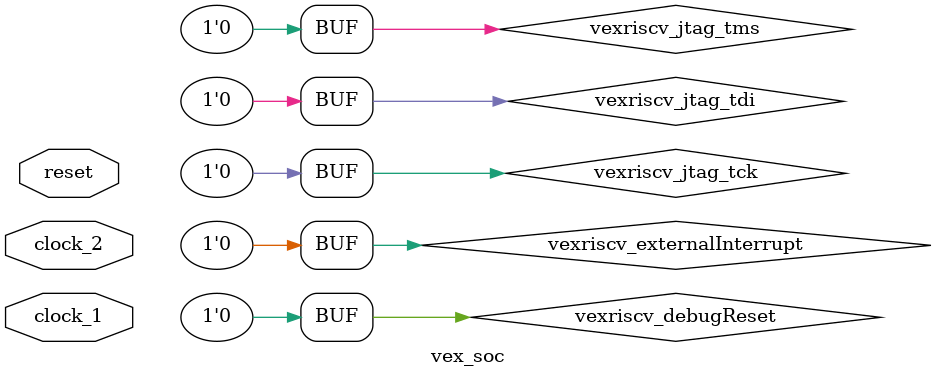
<source format=v>
/*
Top-level module for the Vexriscv SoC with AXI RAM and AXI Interconnect
*/
module vex_soc (
    input wire      reset,
    input wire      clock_1,
    input wire      clock_2
);
    wire   	      	vexriscv_dBusAxi_ar_ready;
    wire   	      	vexriscv_dBusAxi_aw_ready;
    wire    	[7:0] 	vexriscv_dBusAxi_b_payload_id;
    wire    	[1:0] 	vexriscv_dBusAxi_b_payload_resp;
    wire    	      	vexriscv_dBusAxi_b_valid;
    reg    	[31:0]	vexriscv_dBusAxi_rf_payload_data;
    wire   	[7:0] 	vexriscv_dBusAxi_r_payload_id;
    wire    	      	vexriscv_dBusAxi_r_payload_last;
    wire    	[1:0] 	vexriscv_dBusAxi_r_payload_resp;
    wire   	      	vexriscv_dBusAxi_r_valid;
    wire    	      	vexriscv_dBusAxi_w_ready;
    wire   	      	vexriscv_debugReset = 1'd0;
    wire   	      	vexriscv_externalInterrupt  = 1'd0;
    wire    	      	vexriscv_iBusAxi_ar_ready;
    wire    	[31:0]	vexriscv_iBusAxi_r_payload_data;
    wire    	[7:0] 	vexriscv_iBusAxi_r_payload_id;
    wire    	      	vexriscv_iBusAxi_r_payload_last;
    wire    	[1:0] 	vexriscv_iBusAxi_r_payload_resp;
    wire    	      	vexriscv_iBusAxi_r_valid;
    reg    	      	vexriscv_jtag_tck = 1'd0;
    reg    	      	vexriscv_jtag_tdi = 1'd0;
    reg    	      	vexriscv_jtag_tms = 1'd0;
    wire   	      	vexriscv_reset;
    wire 	[2:0] 	vexriscv_dBusAxi_ar_payload_size;
    wire 	[3:0] 	vexriscv_dBusAxi_ar_payload_qos;
    wire 	[7:0] 	vexriscv_dBusAxi_ar_payload_id;
    wire   	      	vexriscv_iBusAxi_ar_valid;
    reg    	      	vexriscv_iBusAxi_ar_first;
    reg    	      	vexriscv_iBusAxi_ar_last;
    wire 	[31:0]	vexriscv_iBusAxi_ar_payload_addr;
    wire 	[1:0] 	vexriscv_iBusAxi_ar_payload_burst;
    wire 	[7:0] 	vexriscv_iBusAxi_ar_payload_len;
    wire 	[2:0] 	vexriscv_iBusAxi_ar_payload_size;
    wire 	[1:0] 	vexriscv_iBusAxi_ar_payload_lock;
    wire 	[2:0] 	vexriscv_iBusAxi_ar_payload_prot;
    wire	[3:0] 	vexriscv_iBusAxi_ar_payload_cache;
    wire 	[3:0] 	vexriscv_iBusAxi_ar_payload_qos;
    wire   	      	vexriscv_dBusAxi_ar_valid;
    reg    	      	vexriscv_dBusAxi_ar_first;
    reg    	      	vexriscv_dBusAxi_ar_last;
    wire 	[31:0]	vexriscv_dBusAxi_ar_payload_addr;
    wire 	[1:0] 	vexriscv_dBusAxi_ar_payload_burst;
    wire 	[7:0] 	vexriscv_dBusAxi_ar_payload_len;
    wire   	      	vexriscv_dBusAxi_ar_payload_lock;
    wire 	[2:0] 	vexriscv_dBusAxi_ar_payload_prot;
    wire		[31:0]	vexriscv_dBusAxi_r_payload_data;
    wire	[3:0] 	vexriscv_dBusAxi_ar_payload_cache;
    wire	[31:0]	vexriscv_dBusAxi_aw_payload_addr;
    wire	[1:0] 	vexriscv_dBusAxi_aw_payload_burst;
    wire	[7:0] 	vexriscv_dBusAxi_aw_payload_len;
    wire	[3:0] 	vexriscv_dBusAxi_aw_payload_size;
    wire   	      	vexriscv_dBusAxi_aw_payload_lock;
    wire	[2:0] 	vexriscv_dBusAxi_aw_payload_prot;
    wire	[3:0] 	vexriscv_dBusAxi_aw_payload_cache;
    wire	[3:0] 	vexriscv_dBusAxi_aw_payload_qos;
    wire   	      	vexriscv_dBusAxi_aw_payload_id;
    wire   	      	vexriscv_dBusAxi_aw_valid;
    reg    	      	vexriscv_dBusAxi_aw_first;
    reg    	      	vexriscv_dBusAxi_aw_last;
    wire   	      	vexriscv_dBusAxi_b_ready;
    wire   	      	vexriscv_dBusAxi_r_ready;
    wire   	      	vexriscv_iBusAxi_r_ready;
    wire		[31:0]	vexriscv_dBusAxi_w_payload_data;
    wire	[31:0]	axilitesram1_dat_w;
    wire	[3:0] 	vexriscv_dBusAxi_w_payload_strb;
    wire   	      	vexriscv_dBusAxi_w_last;
    wire   	      	vexriscv_dBusAxi_w_valid;
    wire   	      	vexriscv_iBusAxi_ar_payload_id;
    wire   	      	vexriscv_jtag_tdo;
    wire	[3:0] 	vexriscv_dBusAxi_ar_payload_region;
    wire   	      	vexriscv_dBusAxi_w_payload_last;
    wire   		vexriscv_dBusAxi_aw_payload_user;
    wire		vexriscv_dBusAxi_w_payload_user;
    wire		vexriscv_dBusAxi_b_payload_user;
    wire		vexriscv_dBusAxi_ar_payload_user;
    wire		vexriscv_dBusAxi_r_payload_user;
    wire   	      	vexriscv5;
    wire   	      	vexriscv6;
    wire     	[7:0]  	axi4_m00_axi_awid;
    wire     	[31:0] 	axi4_m00_axi_awaddr;
    wire     	[7:0]   axi4_m00_axi_awlen;
    wire     	[2:0]   axi4_m00_axi_awsize;
    wire     	[1:0]   axi4_m00_axi_awburst;
    wire        	    	axi4_m00_axi_awlock;
    wire     	[3:0]   axi4_m00_axi_awcache;
    wire     	[2:0]   axi4_m00_axi_awprot;
    wire             	axi4_m00_axi_awvalid;
    wire       	     	axi4_m00_axi_awready;
    wire     	[31:0]  axi4_m00_axi_wdata;
    wire     	[3:0]   axi4_m00_axi_wstrb;
    wire      	       	axi4_m00_axi_wlast;
    wire             	axi4_m00_axi_wvalid;
    wire            	axi4_m00_axi_wready;
    wire    	[7:0]   axi4_m00_axi_bid;
    wire    	[1:0]   axi4_m00_axi_bresp;
    wire            	axi4_m00_axi_bvalid;
    wire             	axi4_m00_axi_bready;
    wire     	[7:0]   axi4_m00_axi_arid;
    wire     	[31:0]  axi4_m00_axi_araddr;
    wire     	[7:0]   axi4_m00_axi_arlen;
    wire     	[2:0]   axi4_m00_axi_arsize;
    wire     	[1:0]   axi4_m00_axi_arburst;
    wire             	axi4_m00_axi_arlock;
    wire     	[3:0]   axi4_m00_axi_arcache;
    wire     	[2:0]   axi4_m00_axi_arprot;
    wire             	axi4_m00_axi_arvalid;
    wire            	axi4_m00_axi_arready;
    wire    	[7:0]   axi4_m00_axi_rid;
    wire    	[31:0]  axi4_m00_axi_rdata;
    wire    	[1:0]   axi4_m00_axi_rresp;
    wire            	axi4_m00_axi_rlast;
    wire            	axi4_m00_axi_rvalid;
    wire             	axi4_m00_axi_rready;
    wire		axi4_m00_axi_buser;
    wire 		axi4_m00_axi_ruser;

	
//------	-Ram--	---------------    
    reg 	[7:0] 	ram_s_axi_awid; 
    reg 	[31:0]	ram_s_axi_awaddr; 
    reg 	[7:0] 	ram_s_axi_awlen; 
    reg 	[2:0] 	ram_s_axi_awsize; 
    reg 	[1:0] 	ram_s_axi_awburst; 
    reg 	      	ram_s_axi_awlock; 
    reg 	[3:0] 	ram_s_axi_awcache; 
    reg 	[2:0] 	ram_s_axi_awprot; 
    reg 	      	ram_s_axi_awvalid; 
    wire	      	ram_s_axi_awready; 
    reg 	[31:0]	ram_s_axi_wdata; 
    reg 	[3:0] 	ram_s_axi_wstrb; 
    reg 	      	ram_s_axi_wlast; 
    reg 	      	ram_s_axi_wvalid; 
    wire	      	ram_s_axi_wready; 
    wire	[7:0] 	ram_s_axi_bid; 
    wire	[1:0] 	ram_s_axi_bresp; 
    wire	      	ram_s_axi_bvalid; 
    reg 	      	ram_s_axi_bready; 
    reg 	[7:0] 	ram_s_axi_arid; 
    reg 	[31:0]	ram_s_axi_araddr; 
    reg 	[7:0] 	ram_s_axi_arlen; 
    reg 	[2:0] 	ram_s_axi_arsize; 
    reg 	[1:0] 	ram_s_axi_arburst; 
    reg 	      	ram_s_axi_arlock; 
    reg 	[3:0] 	ram_s_axi_arcache; 
    reg 	[2:0] 	ram_s_axi_arprot; 
    reg 	      	ram_s_axi_arvalid; 
    wire	      	ram_s_axi_arready; 
    wire	[7:0] 	ram_s_axi_rid; 
    wire	[31:0]	ram_s_axi_rdata; 
    wire	[1:0] 	ram_s_axi_rresp; 
    wire	      	ram_s_axi_rlast; 
    wire	      	ram_s_axi_rvalid; 

    //-----------AXI2AXILite Interconnections
    wire     	[7:0]  	fifo_awid;
    wire     	[31:0] 	fifo_awaddr;
    wire     	[7:0]   fifo_awlen;
    wire     	[2:0]   fifo_awsize;
    wire     	[1:0]   fifo_awburst;
    wire        	    fifo_awlock;
    wire     	[3:0]   fifo_awcache;
    wire     	[2:0]   fifo_awprot;
    wire             	fifo_awvalid;
    wire       	     	fifo_awready;
    wire     	[31:0]  fifo_wdata;
    wire     	[3:0]   fifo_wstrb;
    wire      	       	fifo_wlast;
    wire             	fifo_wvalid;
    wire            	fifo_wready;
    wire    	[7:0]   fifo_bid;
    wire    	[1:0]   fifo_bresp;
    wire            	fifo_bvalid;
    wire             	fifo_bready;
    wire     	[7:0]   fifo_arid;
    wire     	[31:0]  fifo_araddr;
    wire     	[7:0]   fifo_arlen;
    wire     	[2:0]   fifo_arsize;
    wire     	[1:0]   fifo_arburst;
    wire             	fifo_arlock;
    wire     	[3:0]   fifo_arcache;
    wire     	[2:0]   fifo_arprot;
    wire             	fifo_arvalid;
    wire            	fifo_arready;
    wire    	[7:0]   fifo_rid;
    wire    	[31:0]  fifo_rdata;
    wire    	[1:0]   fifo_rresp;
    wire            	fifo_rlast;
    wire            	fifo_rvalid;
    wire             	fifo_rready;
    wire		        fifo_buser;
    wire 		        fifo_ruser;


//----------------Instansiation------------//


//---------------VexRiscv----------------

VexRiscvAxi4 cpu(
	.clk					(clock_1),
	.dBusAxi_ar_ready			(vexriscv_dBusAxi_ar_ready),
	.dBusAxi_aw_ready			(vexriscv_dBusAxi_aw_ready),
	.dBusAxi_b_payload_id			(vexriscv_dBusAxi_b_payload_id),
	.dBusAxi_b_payload_resp			(vexriscv_dBusAxi_b_payload_resp),
	.dBusAxi_b_valid			(vexriscv_dBusAxi_b_valid),
	.dBusAxi_r_payload_data			(vexriscv_dBusAxi_r_payload_data),
	.dBusAxi_r_payload_id			(vexriscv_dBusAxi_r_payload_id),
	.dBusAxi_r_payload_last			(vexriscv_dBusAxi_r_payload_last),
	.dBusAxi_r_payload_resp			(vexriscv_dBusAxi_r_payload_resp),
	.dBusAxi_r_valid			(vexriscv_dBusAxi_r_valid),
	.dBusAxi_w_ready			(vexriscv_dBusAxi_w_ready),
	.debugReset				(vexriscv_debugReset),
	.externalInterrupt			(vexriscv_externalInterrupt),
	.iBusAxi_ar_ready			(vexriscv_iBusAxi_ar_ready),
	.iBusAxi_r_payload_data			(vexriscv_iBusAxi_r_payload_data),
	.iBusAxi_r_payload_id			(vexriscv_iBusAxi_r_payload_id),
	.iBusAxi_r_payload_last			(vexriscv_iBusAxi_r_payload_last),
	.iBusAxi_r_payload_resp			(vexriscv_iBusAxi_r_payload_resp),
	.iBusAxi_r_valid			(vexriscv_iBusAxi_r_valid),
	.jtag_tck				(vexriscv_jtag_tck),
	.jtag_tdi				(vexriscv_jtag_tdi),
	.jtag_tms				(vexriscv_jtag_tms),
	.reset					(reset),
	.softwareInterrupt			(1'd0),
	.timerInterrupt				(1'd0),
	.dBusAxi_ar_payload_addr		(vexriscv_dBusAxi_ar_payload_addr),
	.dBusAxi_ar_payload_burst		(vexriscv_dBusAxi_ar_payload_burst),
	.dBusAxi_ar_payload_cache		(vexriscv_dBusAxi_ar_payload_cache),
	.dBusAxi_ar_payload_id			(vexriscv_dBusAxi_ar_payload_id),
	.dBusAxi_ar_payload_len			(vexriscv_dBusAxi_ar_payload_len),
	.dBusAxi_ar_payload_lock		(vexriscv_dBusAxi_ar_payload_lock),
	.dBusAxi_ar_payload_prot		(vexriscv_dBusAxi_ar_payload_prot),
	.dBusAxi_ar_payload_qos			(vexriscv_dBusAxi_ar_payload_qos),
	.dBusAxi_ar_payload_region		(vexriscv_dBusAxi_ar_payload_region),
	.dBusAxi_ar_payload_size		(vexriscv_dBusAxi_ar_payload_size),
	.dBusAxi_ar_valid			(vexriscv_dBusAxi_ar_valid),
	.dBusAxi_aw_payload_addr		(vexriscv_dBusAxi_aw_payload_addr),
	.dBusAxi_aw_payload_burst		(vexriscv_dBusAxi_aw_payload_burst),
	.dBusAxi_aw_payload_cache		(vexriscv_dBusAxi_aw_payload_cache),
	.dBusAxi_aw_payload_id			(vexriscv_dBusAxi_aw_payload_id),
	.dBusAxi_aw_payload_len			(vexriscv_dBusAxi_aw_payload_len),
	.dBusAxi_aw_payload_lock		(vexriscv_dBusAxi_aw_payload_lock),
	.dBusAxi_aw_payload_prot		(vexriscv_dBusAxi_aw_payload_prot),
	.dBusAxi_aw_payload_qos			(vexriscv_dBusAxi_aw_payload_qos),
	.dBusAxi_aw_payload_region		(vexriscv6),
	.dBusAxi_aw_payload_size		(vexriscv_dBusAxi_aw_payload_size),
	.dBusAxi_aw_valid			(vexriscv_dBusAxi_aw_valid),
	.dBusAxi_b_ready			(vexriscv_dBusAxi_b_ready),
	.dBusAxi_r_ready			(vexriscv_dBusAxi_r_ready),
	.dBusAxi_w_payload_data			(vexriscv_dBusAxi_w_payload_data),
	.dBusAxi_w_payload_last			(vexriscv_dBusAxi_w_payload_last),
	.dBusAxi_w_payload_strb			(vexriscv_dBusAxi_w_payload_strb),
	.dBusAxi_w_valid			(vexriscv_dBusAxi_w_valid),
	.iBusAxi_ar_payload_addr		(vexriscv_iBusAxi_ar_payload_addr),
	.iBusAxi_ar_payload_burst		(vexriscv_iBusAxi_ar_payload_burst),
	.iBusAxi_ar_payload_cache		(vexriscv_iBusAxi_ar_payload_cache),
	.iBusAxi_ar_payload_id			(vexriscv_iBusAxi_ar_payload_id),
	.iBusAxi_ar_payload_len			(vexriscv_iBusAxi_ar_payload_len),
	.iBusAxi_ar_payload_lock		(vexriscv_iBusAxi_ar_payload_lock),
	.iBusAxi_ar_payload_prot		(vexriscv_iBusAxi_ar_payload_prot),
	.iBusAxi_ar_payload_qos			(vexriscv_iBusAxi_ar_payload_qos),
	.iBusAxi_ar_payload_region		(vexriscv7),
	.iBusAxi_ar_payload_size		(vexriscv_iBusAxi_ar_payload_size),
	.iBusAxi_ar_valid			(vexriscv_iBusAxi_ar_valid),
	.iBusAxi_r_ready			(vexriscv_iBusAxi_r_ready),
	.jtag_tdo				(vexriscv5),
	.debug_resetOut				(vexriscv8));

////-----------AXI_ASYNC_FIFO---------------------


axi_async_fifo fifo(
    .S_AXI_ACLK                      (clock_1),
    .S_AXI_ARESETN                        (reset),
    .S_AXI_AWVALID              (vexriscv_dBusAxi_aw_valid),
    .S_AXI_AWREADY              (vexriscv_dBusAxi_aw_ready),
    .S_AXI_AWID                 (vexriscv_dBusAxi_aw_payload_id),
    .S_AXI_AWADDR               (vexriscv_dBusAxi_aw_payload_addr),
    .S_AXI_AWLEN                (vexriscv_dBusAxi_aw_payload_len),
    .S_AXI_AWSIZE               (vexriscv_dBusAxi_aw_payload_size),
    .S_AXI_AWBURST              (vexriscv_dBusAxi_aw_payload_burst),
    .S_AXI_AWLOCK               (vexriscv_dBusAxi_aw_payload_lock),
    .S_AXI_AWCACHE              (vexriscv_dBusAxi_aw_payload_cache),
    .S_AXI_AWPROT               (vexriscv_dBusAxi_aw_payload_prot),
    .S_AXI_AWQOS                (vexriscv_dBusAxi_aw_payload_qos),
    .S_AXI_WVALID               (vexriscv_dBusAxi_w_valid),
    .S_AXI_WREADY               (vexriscv_dBusAxi_w_ready),
    .S_AXI_WDATA                (vexriscv_dBusAxi_w_payload_data),
    .S_AXI_WSTRB                (vexriscv_dBusAxi_w_payload_strb),
    .S_AXI_WLAST                (vexriscv_dBusAxi_w_payload_last),
    .S_AXI_BVALID               (vexriscv_dBusAxi_b_valid),
    .S_AXI_BREADY               (vexriscv_dBusAxi_b_ready),
    .S_AXI_BID                  (vexriscv_dBusAxi_b_payload_id),
    .S_AXI_BRESP                (vexriscv_dBusAxi_b_payload_resp),
    .S_AXI_ARVALID              (vexriscv_dBusAxi_ar_valid),
    .S_AXI_ARREADY              (vexriscv_dBusAxi_ar_ready),
    .S_AXI_ARID                 (vexriscv_dBusAxi_ar_payload_id),
    .S_AXI_ARADDR               (vexriscv_dBusAxi_ar_payload_addr),
    .S_AXI_ARLEN                (vexriscv_dBusAxi_ar_payload_len),
    .S_AXI_ARSIZE               (vexriscv_dBusAxi_ar_payload_size),
    .S_AXI_ARBURST              (vexriscv_dBusAxi_ar_payload_burst),
    .S_AXI_ARLOCK               (vexriscv_dBusAxi_ar_payload_lock),
    .S_AXI_ARCACHE              (vexriscv_dBusAxi_ar_payload_cache),
    .S_AXI_ARPROT               (vexriscv_dBusAxi_ar_payload_prot),
    .S_AXI_ARQOS                (vexriscv_dBusAxi_ar_payload_qos),
    .S_AXI_RVALID               (vexriscv_dBusAxi_r_valid),
    .S_AXI_RREADY               (vexriscv_dBusAxi_r_ready),
    .S_AXI_RID                  (vexriscv_dBusAxi_r_payload_id),
    .S_AXI_RDATA                (vexriscv_dBusAxi_r_payload_data),
    .S_AXI_RRESP                (vexriscv_dBusAxi_r_payload_resp),
    .S_AXI_RLAST                (vexriscv_dBusAxi_r_payload_last),
    //----------AXI4 Lite
    
    .M_AXI_ACLK                      (clock_2),
    .M_AXI_ARESETN                      (reset),    
    .M_AXI_AWID                 (fifo_awid),
    .M_AXI_AWPROT               (fifo_awprot),
    .M_AXI_WVALID               (fifo_wvalid),
    .M_AXI_WREADY               (fifo_wready),
    .M_AXI_WDATA                (fifo_wdata),
    .M_AXI_WSTRB                (fifo_wstrb),
    .M_AXI_BVALID               (fifo_bvalid),
    .M_AXI_BREADY               (fifo_bready),
    .M_AXI_BRESP                (fifo_bresp),
    .M_AXI_ARVALID              (fifo_arvalid),
    .M_AXI_ARREADY              (fifo_arready),
    .M_AXI_ARADDR               (fifo_araddr),
    .M_AXI_ARPROT               (fifo_arprot),
    .M_AXI_RVALID               (fifo_rvalid),
    .M_AXI_RREADY               (fifo_rready),
    .M_AXI_RDATA                (fifo_rdata),
    .M_AXI_RRESP                (fifo_rresp),
    .M_AXI_AWADDR               (fifo_awaddr),
    .M_AXI_AWPROT               (fifo_awprot),
    .M_AXI_AWVALID              (fifo_awvalid),
    .M_AXI_AWREADY              (fifo_awready),
    .M_AXI_WDATA                (fifo_wdata),
    .M_AXI_WSTRB                (fifo_wstrb),
    .M_AXI_WVALID               (fifo_wvalid),
    .M_AXI_WREADY               (fifo_wready),
    .M_AXI_BRESP                (fifo_bresp),
    .M_AXI_BVALID               (fifo_bvalid),
    .M_AXI_BREADY               (fifo_bready),
    .M_AXI_ARADDR               (fifo_araddr),
    .M_AXI_ARPROT               (fifo_arprot),
    .M_AXI_ARVALID              (fifo_arvalid),
    .M_AXI_ARREADY              (fifo_arready),
    .M_AXI_RVALID               (fifo_rvalid),
    .M_AXI_RREADY               (fifo_rready),
    .M_AXI_RDATA                (fifo_rdata),
    .M_AXI_RRESP                (fifo_rresp));

axi_ram ram_inst(
    .clk					    (clock_1),
    .rst					    (reset),
    .s_axi_awid					(ram_s_axi_awid),
    .s_axi_awaddr				(ram_s_axi_awaddr),
    .s_axi_awlen				(ram_s_axi_awlen),
    .s_axi_awsize				(ram_s_axi_awsize),
    .s_axi_awburst				(ram_s_axi_awburst),
    .s_axi_awlock				(ram_s_axi_awlock),
    .s_axi_awcache				(ram_s_axi_awcache),
    .s_axi_awprot				(ram_s_axi_awprot),
    .s_axi_awvalid				(ram_s_axi_awvalid),
    .s_axi_awready				(ram_s_axi_awready),
    .s_axi_wdata				(ram_s_axi_wdata),
    .s_axi_wstrb				(ram_s_axi_wstrb),
    .s_axi_wlast				(ram_s_axi_wlast),
    .s_axi_wvalid				(ram_s_axi_wvalid),
    .s_axi_wready				(ram_s_axi_wready),
    .s_axi_bid					(ram_s_axi_bid),
    .s_axi_bresp				(ram_s_axi_bresp),
    .s_axi_bvalid				(ram_s_axi_bvalid),
    .s_axi_bready				(ram_s_axi_bready),
    .s_axi_arid					(vexriscv_iBusAxi_ar_payload_id),
    .s_axi_araddr				(vexriscv_iBusAxi_ar_payload_addr),
    .s_axi_arlen				(vexriscv_iBusAxi_ar_payload_len),
    .s_axi_arsize				(vexriscv_iBusAxi_ar_payload_size),
    .s_axi_arburst				(vexriscv_iBusAxi_ar_payload_burst),
    .s_axi_arlock				(vexriscv_iBusAxi_ar_payload_lock),
    .s_axi_arcache				(vexriscv_iBusAxi_ar_payload_cache),
    .s_axi_arprot				(vexriscv_iBusAxi_ar_payload_prot),
    .s_axi_arvalid				(vexriscv_iBusAxi_ar_valid),
    .s_axi_arready				(vexriscv_iBusAxi_ar_ready),
    .s_axi_rid					(vexriscv_iBusAxi_r_payload_id),
    .s_axi_rdata				(vexriscv_iBusAxi_r_payload_data),
    .s_axi_rresp				(vexriscv_iBusAxi_r_payload_resp),
    .s_axi_rlast				(vexriscv_iBusAxi_r_payload_last),
    .s_axi_rvalid				(vexriscv_iBusAxi_r_valid),
    .s_axi_rready				(vexriscv_iBusAxi_r_ready));

//-----------Peripheral AXI RAM---------------

axi_ram_per ram_periph(
	.clk					    (clock_2),
    .rst					    (reset),
    .s_axi_awid					(fifo_awid),
    .s_axi_awaddr				(fifo_awaddr),
    .s_axi_awlen				(fifo_awlen),
    .s_axi_awsize				(fifo_awsize),
    .s_axi_awburst				(fifo_awburst),
    .s_axi_awlock				(fifo_awlock),
    .s_axi_awcache				(fifo_awcache),
    .s_axi_awprot				(fifo_awprot),
    .s_axi_awvalid				(fifo_awvalid),
    .s_axi_awready				(fifo_awready),
    .s_axi_wdata				(fifo_wdata),
    .s_axi_wstrb				(fifo_wstrb),
    .s_axi_wlast				(fifo_wlast),
    .s_axi_wvalid				(fifo_wvalid),
    .s_axi_wready				(fifo_wready),
    .s_axi_bid					(fifo_bid),
    .s_axi_bresp				(fifo_bresp),
    .s_axi_bvalid				(fifo_bvalid),
    .s_axi_bready				(fifo_bready),
    .s_axi_arid					(fifo_arid),
    .s_axi_araddr				(fifo_araddr),
    .s_axi_arlen				(fifo_arlen),
    .s_axi_arsize				(fifo_arsize),
    .s_axi_arburst				(fifo_arburst),
    .s_axi_arlock				(fifo_arlock),
    .s_axi_arcache				(fifo_arcache),
    .s_axi_arprot				(fifo_arprot),
    .s_axi_arvalid				(fifo_arvalid),
    .s_axi_arready				(fifo_arready),
    .s_axi_rid					(fifo_rid),
    .s_axi_rdata				(fifo_rdata),
    .s_axi_rresp				(fifo_rresp),
    .s_axi_rlast				(fifo_rlast),
    .s_axi_rvalid				(fifo_rvalid),
    .s_axi_rready				(fifo_rready));

endmodule

</source>
